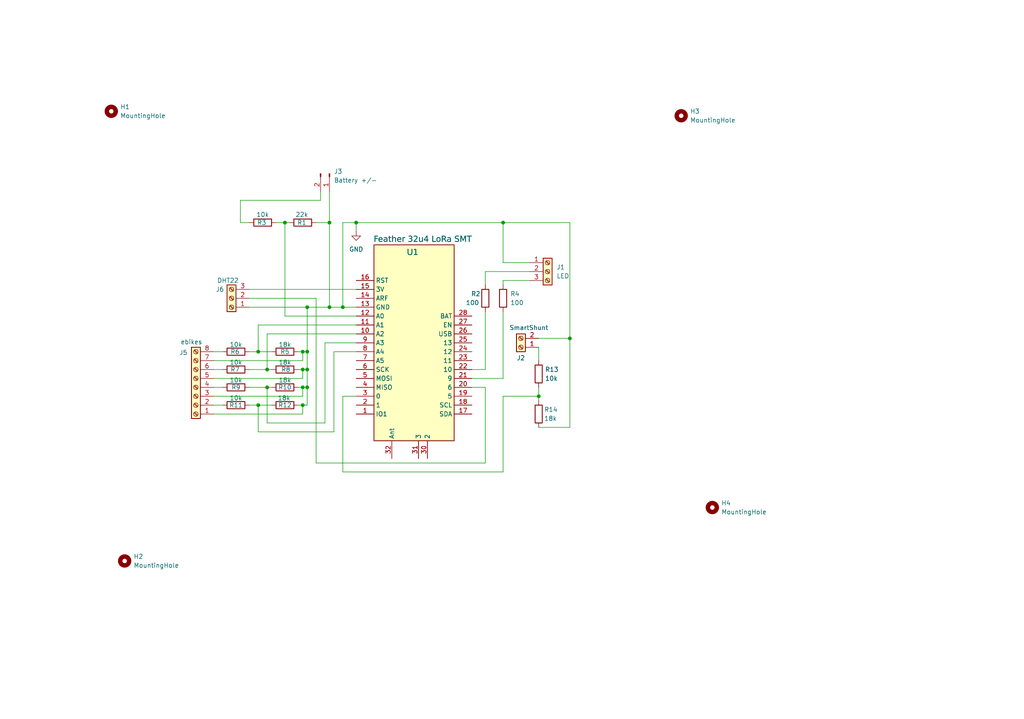
<source format=kicad_sch>
(kicad_sch (version 20250114) (generator "eeschema") (generator_version "9.0")
  (paper "User" 292.1 205.105)
  (lib_symbols
    (symbol "Connector:Conn_01x02_Pin" (pin_names (offset 1.016) (hide yes))
      (property "Reference" "J" (at 0 2.54 0))
      (property "Value" "Conn_01x02_Pin" (at 0 -5.08 0))
      (symbol "Conn_01x02_Pin_1_1"
        (rectangle (start 0.8636 0.127) (end 0 -0.127) (stroke (width 0.1524)) (fill (type outline)))
        (rectangle (start 0.8636 -2.413) (end 0 -2.667) (stroke (width 0.1524)) (fill (type outline)))
        (polyline (pts (xy 1.27 0) (xy 0.8636 0)) (stroke (width 0.1524)))
        (polyline (pts (xy 1.27 -2.54) (xy 0.8636 -2.54)) (stroke (width 0.1524)))
        (pin passive line (at 5.08 0 180) (length 3.81) (name "Pin_1") (number "1"))
        (pin passive line (at 5.08 -2.54 180) (length 3.81) (name "Pin_2") (number "2"))
      )
    )
    (symbol "Connector:Screw_Terminal_01x02" (pin_names (offset 1.016) (hide yes))
      (property "Reference" "J" (at 0 2.54 0))
      (property "Value" "Screw_Terminal_01x02" (at 0 -5.08 0))
      (symbol "Screw_Terminal_01x02_1_1"
        (rectangle (start -1.27 1.27) (end 1.27 -3.81) (stroke (width 0.254)) (fill (type background)))
        (polyline (pts (xy -0.5334 0.3302) (xy 0.3302 -0.508)) (stroke (width 0.1524)))
        (polyline (pts (xy -0.5334 -2.2098) (xy 0.3302 -3.048)) (stroke (width 0.1524)))
        (polyline (pts (xy -0.3556 0.508) (xy 0.508 -0.3302)) (stroke (width 0.1524)))
        (polyline (pts (xy -0.3556 -2.032) (xy 0.508 -2.8702)) (stroke (width 0.1524)))
        (circle (center 0 0) (radius 0.635) (stroke (width 0.1524)))
        (circle (center 0 -2.54) (radius 0.635) (stroke (width 0.1524)))
        (pin passive line (at -5.08 0 0) (length 3.81) (name "Pin_1") (number "1"))
        (pin passive line (at -5.08 -2.54 0) (length 3.81) (name "Pin_2") (number "2"))
      )
    )
    (symbol "Connector:Screw_Terminal_01x03" (pin_names (offset 1.016) (hide yes))
      (property "Reference" "J" (at 0 5.08 0))
      (property "Value" "Screw_Terminal_01x03" (at 0 -5.08 0))
      (symbol "Screw_Terminal_01x03_1_1"
        (rectangle (start -1.27 3.81) (end 1.27 -3.81) (stroke (width 0.254)) (fill (type background)))
        (polyline (pts (xy -0.5334 2.8702) (xy 0.3302 2.032)) (stroke (width 0.1524)))
        (polyline (pts (xy -0.5334 0.3302) (xy 0.3302 -0.508)) (stroke (width 0.1524)))
        (polyline (pts (xy -0.5334 -2.2098) (xy 0.3302 -3.048)) (stroke (width 0.1524)))
        (polyline (pts (xy -0.3556 3.048) (xy 0.508 2.2098)) (stroke (width 0.1524)))
        (polyline (pts (xy -0.3556 0.508) (xy 0.508 -0.3302)) (stroke (width 0.1524)))
        (polyline (pts (xy -0.3556 -2.032) (xy 0.508 -2.8702)) (stroke (width 0.1524)))
        (circle (center 0 2.54) (radius 0.635) (stroke (width 0.1524)))
        (circle (center 0 0) (radius 0.635) (stroke (width 0.1524)))
        (circle (center 0 -2.54) (radius 0.635) (stroke (width 0.1524)))
        (pin passive line (at -5.08 2.54 0) (length 3.81) (name "Pin_1") (number "1"))
        (pin passive line (at -5.08 0 0) (length 3.81) (name "Pin_2") (number "2"))
        (pin passive line (at -5.08 -2.54 0) (length 3.81) (name "Pin_3") (number "3"))
      )
    )
    (symbol "Connector:Screw_Terminal_01x08" (pin_names (offset 1.016) (hide yes))
      (property "Reference" "J" (at 0 10.16 0))
      (property "Value" "Screw_Terminal_01x08" (at 0 -12.7 0))
      (symbol "Screw_Terminal_01x08_1_1"
        (rectangle (start -1.27 8.89) (end 1.27 -11.43) (stroke (width 0.254)) (fill (type background)))
        (polyline (pts (xy -0.5334 7.9502) (xy 0.3302 7.112)) (stroke (width 0.1524)))
        (polyline (pts (xy -0.5334 5.4102) (xy 0.3302 4.572)) (stroke (width 0.1524)))
        (polyline (pts (xy -0.5334 2.8702) (xy 0.3302 2.032)) (stroke (width 0.1524)))
        (polyline (pts (xy -0.5334 0.3302) (xy 0.3302 -0.508)) (stroke (width 0.1524)))
        (polyline (pts (xy -0.5334 -2.2098) (xy 0.3302 -3.048)) (stroke (width 0.1524)))
        (polyline (pts (xy -0.5334 -4.7498) (xy 0.3302 -5.588)) (stroke (width 0.1524)))
        (polyline (pts (xy -0.5334 -7.2898) (xy 0.3302 -8.128)) (stroke (width 0.1524)))
        (polyline (pts (xy -0.5334 -9.8298) (xy 0.3302 -10.668)) (stroke (width 0.1524)))
        (polyline (pts (xy -0.3556 8.128) (xy 0.508 7.2898)) (stroke (width 0.1524)))
        (polyline (pts (xy -0.3556 5.588) (xy 0.508 4.7498)) (stroke (width 0.1524)))
        (polyline (pts (xy -0.3556 3.048) (xy 0.508 2.2098)) (stroke (width 0.1524)))
        (polyline (pts (xy -0.3556 0.508) (xy 0.508 -0.3302)) (stroke (width 0.1524)))
        (polyline (pts (xy -0.3556 -2.032) (xy 0.508 -2.8702)) (stroke (width 0.1524)))
        (polyline (pts (xy -0.3556 -4.572) (xy 0.508 -5.4102)) (stroke (width 0.1524)))
        (polyline (pts (xy -0.3556 -7.112) (xy 0.508 -7.9502)) (stroke (width 0.1524)))
        (polyline (pts (xy -0.3556 -9.652) (xy 0.508 -10.4902)) (stroke (width 0.1524)))
        (circle (center 0 7.62) (radius 0.635) (stroke (width 0.1524)))
        (circle (center 0 5.08) (radius 0.635) (stroke (width 0.1524)))
        (circle (center 0 2.54) (radius 0.635) (stroke (width 0.1524)))
        (circle (center 0 0) (radius 0.635) (stroke (width 0.1524)))
        (circle (center 0 -2.54) (radius 0.635) (stroke (width 0.1524)))
        (circle (center 0 -5.08) (radius 0.635) (stroke (width 0.1524)))
        (circle (center 0 -7.62) (radius 0.635) (stroke (width 0.1524)))
        (circle (center 0 -10.16) (radius 0.635) (stroke (width 0.1524)))
        (pin passive line (at -5.08 7.62 0) (length 3.81) (name "Pin_1") (number "1"))
        (pin passive line (at -5.08 5.08 0) (length 3.81) (name "Pin_2") (number "2"))
        (pin passive line (at -5.08 2.54 0) (length 3.81) (name "Pin_3") (number "3"))
        (pin passive line (at -5.08 0 0) (length 3.81) (name "Pin_4") (number "4"))
        (pin passive line (at -5.08 -2.54 0) (length 3.81) (name "Pin_5") (number "5"))
        (pin passive line (at -5.08 -5.08 0) (length 3.81) (name "Pin_6") (number "6"))
        (pin passive line (at -5.08 -7.62 0) (length 3.81) (name "Pin_7") (number "7"))
        (pin passive line (at -5.08 -10.16 0) (length 3.81) (name "Pin_8") (number "8"))
      )
    )
    (symbol "Device:R" (pin_numbers (hide yes)) (pin_names (offset 0))
      (property "Reference" "R" (at 2.032 0 90))
      (property "Value" "R" (at 0 0 90))
      (symbol "R_0_1"
        (rectangle (start -1.016 -2.54) (end 1.016 2.54) (stroke (width 0.254)))
      )
      (symbol "R_1_1"
        (pin passive line (at 0 3.81 270) (length 1.27) (name "~") (number "1"))
        (pin passive line (at 0 -3.81 90) (length 1.27) (name "~") (number "2"))
      )
    )
    (symbol "Feather 32u4 LoRa SMT"
      (property "Reference" "U1" (at -2.7686 35.1409 0))
      (property "Value" "Feather 32u4 LoRa SMT" (at -2.7686 32.9311 0))
      (symbol "Feather 32u4 LoRa SMT_0_0"
        (rectangle (start -12.7 30.48) (end 10.16 -25.4) (stroke (width 0.254)) (fill (type background)))
        (pin unspecified line (at -17.78 20.32 0) (length 5.08) (name "RST") (number "16"))
        (pin unspecified line (at -17.78 17.78 0) (length 5.08) (name "3V") (number "15"))
        (pin unspecified line (at -17.78 15.24 0) (length 5.08) (name "ARF") (number "14"))
        (pin unspecified line (at -17.78 12.7 0) (length 5.08) (name "GND") (number "13"))
        (pin unspecified line (at -17.78 10.16 0) (length 5.08) (name "A0") (number "12"))
        (pin unspecified line (at -17.78 7.62 0) (length 5.08) (name "A1") (number "11"))
        (pin unspecified line (at -17.78 5.08 0) (length 5.08) (name "A2") (number "10"))
        (pin unspecified line (at -17.78 2.54 0) (length 5.08) (name "A3") (number "9"))
        (pin unspecified line (at -17.78 0 0) (length 5.08) (name "A4") (number "8"))
        (pin unspecified line (at -17.78 -2.54 0) (length 5.08) (name "A5") (number "7"))
        (pin unspecified line (at -17.78 -5.08 0) (length 5.08) (name "SCK") (number "6"))
        (pin unspecified line (at -17.78 -7.62 0) (length 5.08) (name "MOSI") (number "5"))
        (pin unspecified line (at -17.78 -10.16 0) (length 5.08) (name "MISO") (number "4"))
        (pin unspecified line (at -17.78 -12.7 0) (length 5.08) (name "0") (number "3"))
        (pin unspecified line (at -17.78 -15.24 0) (length 5.08) (name "1") (number "2"))
        (pin unspecified line (at -17.78 -17.78 0) (length 5.08) (name "IO1") (number "1"))
        (pin unspecified line (at -7.62 -30.48 90) (length 5.08) (name "Ant") (number "32"))
        (pin unspecified line (at 0 -30.48 90) (length 5.08) (name "3") (number "31"))
        (pin unspecified line (at 2.54 -30.48 90) (length 5.08) (name "2") (number "30"))
        (pin unspecified line (at 15.24 10.16 180) (length 5.08) (name "BAT") (number "28"))
        (pin unspecified line (at 15.24 7.62 180) (length 5.08) (name "EN") (number "27"))
        (pin unspecified line (at 15.24 5.08 180) (length 5.08) (name "USB") (number "26"))
        (pin unspecified line (at 15.24 2.54 180) (length 5.08) (name "13") (number "25"))
        (pin unspecified line (at 15.24 0 180) (length 5.08) (name "12") (number "24"))
        (pin unspecified line (at 15.24 -2.54 180) (length 5.08) (name "11") (number "23"))
        (pin unspecified line (at 15.24 -5.08 180) (length 5.08) (name "10") (number "22"))
        (pin unspecified line (at 15.24 -7.62 180) (length 5.08) (name "9") (number "21"))
        (pin unspecified line (at 15.24 -10.16 180) (length 5.08) (name "6") (number "20"))
        (pin unspecified line (at 15.24 -12.7 180) (length 5.08) (name "5") (number "19"))
        (pin unspecified line (at 15.24 -15.24 180) (length 5.08) (name "SCL") (number "18"))
        (pin unspecified line (at 15.24 -17.78 180) (length 5.08) (name "SDA") (number "17"))
      )
    )
    (symbol "Mechanical:MountingHole" (pin_names (offset 1.016)) (in_bom no)
      (property "Reference" "H" (at 0 5.08 0))
      (property "Value" "MountingHole" (at 0 3.175 0))
      (symbol "MountingHole_0_1"
        (circle (center 0 0) (radius 1.27) (stroke (width 1.27)))
      )
    )
    (symbol "power:GND" (power) (pin_numbers (hide yes)) (pin_names (offset 0) (hide yes))
      (property "Value" "GND" (at 0 -3.81 0))
      (symbol "GND_0_1"
        (polyline (pts (xy 0 0) (xy 0 -1.27) (xy 1.27 -1.27) (xy 0 -2.54) (xy -1.27 -1.27) (xy 0 -1.27)))
      )
      (symbol "GND_1_1"
        (pin power_in line (at 0 0 270) (length 0) (name "~") (number "1"))
      )
    )
  )
  (junction (at 87.63 87.63))
  (junction (at 153.67 113.03))
  (junction (at 73.66 115.57))
  (junction (at 87.63 100.33))
  (junction (at 86.36 115.57))
  (junction (at 76.2 110.49))
  (junction (at 143.51 63.5))
  (junction (at 86.36 105.41))
  (junction (at 87.63 110.49))
  (junction (at 162.56 96.52))
  (junction (at 73.66 100.33))
  (junction (at 97.79 87.63))
  (junction (at 76.2 105.41))
  (junction (at 87.63 105.41))
  (junction (at 86.36 100.33))
  (junction (at 81.28 63.5))
  (junction (at 101.6 63.5))
  (junction (at 93.98 87.63))
  (junction (at 86.36 110.49))
  (junction (at 93.98 63.5))
  (wire (pts (xy 143.51 63.5) (xy 162.56 63.5)))
  (wire (pts (xy 86.36 110.49) (xy 87.63 110.49)))
  (wire (pts (xy 68.58 57.15) (xy 68.58 63.5)))
  (wire (pts (xy 153.67 99.06) (xy 153.67 102.87)))
  (wire (pts (xy 86.36 115.57) (xy 87.63 115.57)))
  (wire (pts (xy 85.09 110.49) (xy 86.36 110.49)))
  (wire (pts (xy 153.67 110.49) (xy 153.67 113.03)))
  (wire (pts (xy 101.6 63.5) (xy 97.79 63.5)))
  (wire (pts (xy 76.2 110.49) (xy 77.47 110.49)))
  (wire (pts (xy 97.79 113.03) (xy 101.6 113.03)))
  (wire (pts (xy 92.71 120.65) (xy 92.71 97.79)))
  (wire (pts (xy 91.44 57.15) (xy 68.58 57.15)))
  (wire (pts (xy 143.51 107.95) (xy 134.62 107.95)))
  (wire (pts (xy 71.12 82.55) (xy 101.6 82.55)))
  (wire (pts (xy 81.28 90.17) (xy 101.6 90.17)))
  (wire (pts (xy 77.47 105.41) (xy 76.2 105.41)))
  (wire (pts (xy 73.66 100.33) (xy 77.47 100.33)))
  (wire (pts (xy 153.67 96.52) (xy 162.56 96.52)))
  (wire (pts (xy 143.51 80.01) (xy 143.51 81.28)))
  (wire (pts (xy 143.51 74.93) (xy 151.13 74.93)))
  (wire (pts (xy 60.96 107.95) (xy 86.36 107.95)))
  (wire (pts (xy 95.25 100.33) (xy 101.6 100.33)))
  (wire (pts (xy 73.66 123.19) (xy 95.25 123.19)))
  (wire (pts (xy 143.51 63.5) (xy 143.51 74.93)))
  (wire (pts (xy 162.56 121.92) (xy 162.56 96.52)))
  (wire (pts (xy 143.51 113.03) (xy 143.51 134.62)))
  (wire (pts (xy 97.79 134.62) (xy 97.79 113.03)))
  (wire (pts (xy 73.66 92.71) (xy 73.66 100.33)))
  (wire (pts (xy 143.51 134.62) (xy 97.79 134.62)))
  (wire (pts (xy 97.79 63.5) (xy 97.79 87.63)))
  (wire (pts (xy 153.67 113.03) (xy 143.51 113.03)))
  (wire (pts (xy 87.63 115.57) (xy 87.63 110.49)))
  (wire (pts (xy 71.12 115.57) (xy 73.66 115.57)))
  (wire (pts (xy 60.96 118.11) (xy 86.36 118.11)))
  (wire (pts (xy 86.36 105.41) (xy 87.63 105.41)))
  (wire (pts (xy 138.43 88.9) (xy 138.43 105.41)))
  (wire (pts (xy 73.66 115.57) (xy 77.47 115.57)))
  (wire (pts (xy 93.98 87.63) (xy 97.79 87.63)))
  (wire (pts (xy 85.09 100.33) (xy 86.36 100.33)))
  (wire (pts (xy 162.56 63.5) (xy 162.56 96.52)))
  (wire (pts (xy 143.51 88.9) (xy 143.51 107.95)))
  (wire (pts (xy 71.12 87.63) (xy 87.63 87.63)))
  (wire (pts (xy 60.96 105.41) (xy 63.5 105.41)))
  (wire (pts (xy 93.98 63.5) (xy 93.98 87.63)))
  (wire (pts (xy 85.09 115.57) (xy 86.36 115.57)))
  (wire (pts (xy 60.96 110.49) (xy 63.5 110.49)))
  (wire (pts (xy 92.71 97.79) (xy 101.6 97.79)))
  (wire (pts (xy 138.43 77.47) (xy 138.43 81.28)))
  (wire (pts (xy 151.13 80.01) (xy 143.51 80.01)))
  (wire (pts (xy 91.44 54.61) (xy 91.44 57.15)))
  (wire (pts (xy 86.36 118.11) (xy 86.36 115.57)))
  (wire (pts (xy 76.2 120.65) (xy 92.71 120.65)))
  (wire (pts (xy 73.66 92.71) (xy 101.6 92.71)))
  (wire (pts (xy 90.17 85.09) (xy 90.17 132.08)))
  (wire (pts (xy 71.12 110.49) (xy 76.2 110.49)))
  (wire (pts (xy 138.43 110.49) (xy 134.62 110.49)))
  (wire (pts (xy 60.96 102.87) (xy 86.36 102.87)))
  (wire (pts (xy 101.6 87.63) (xy 97.79 87.63)))
  (wire (pts (xy 153.67 121.92) (xy 162.56 121.92)))
  (wire (pts (xy 78.74 63.5) (xy 81.28 63.5)))
  (wire (pts (xy 95.25 123.19) (xy 95.25 100.33)))
  (wire (pts (xy 76.2 95.25) (xy 101.6 95.25)))
  (wire (pts (xy 76.2 105.41) (xy 76.2 95.25)))
  (wire (pts (xy 87.63 87.63) (xy 93.98 87.63)))
  (wire (pts (xy 81.28 63.5) (xy 82.55 63.5)))
  (wire (pts (xy 138.43 105.41) (xy 134.62 105.41)))
  (wire (pts (xy 60.96 100.33) (xy 63.5 100.33)))
  (wire (pts (xy 85.09 105.41) (xy 86.36 105.41)))
  (wire (pts (xy 101.6 63.5) (xy 101.6 66.04)))
  (wire (pts (xy 68.58 63.5) (xy 71.12 63.5)))
  (wire (pts (xy 151.13 77.47) (xy 138.43 77.47)))
  (wire (pts (xy 60.96 115.57) (xy 63.5 115.57)))
  (wire (pts (xy 138.43 132.08) (xy 138.43 110.49)))
  (wire (pts (xy 87.63 87.63) (xy 87.63 100.33)))
  (wire (pts (xy 71.12 100.33) (xy 73.66 100.33)))
  (wire (pts (xy 71.12 85.09) (xy 90.17 85.09)))
  (wire (pts (xy 93.98 54.61) (xy 93.98 63.5)))
  (wire (pts (xy 60.96 113.03) (xy 86.36 113.03)))
  (wire (pts (xy 87.63 105.41) (xy 87.63 100.33)))
  (wire (pts (xy 81.28 63.5) (xy 81.28 90.17)))
  (wire (pts (xy 90.17 63.5) (xy 93.98 63.5)))
  (wire (pts (xy 86.36 102.87) (xy 86.36 100.33)))
  (wire (pts (xy 90.17 132.08) (xy 138.43 132.08)))
  (wire (pts (xy 73.66 115.57) (xy 73.66 123.19)))
  (wire (pts (xy 71.12 105.41) (xy 76.2 105.41)))
  (wire (pts (xy 86.36 113.03) (xy 86.36 110.49)))
  (wire (pts (xy 101.6 63.5) (xy 143.51 63.5)))
  (wire (pts (xy 76.2 110.49) (xy 76.2 120.65)))
  (wire (pts (xy 87.63 110.49) (xy 87.63 105.41)))
  (wire (pts (xy 86.36 100.33) (xy 87.63 100.33)))
  (wire (pts (xy 153.67 113.03) (xy 153.67 114.3)))
  (wire (pts (xy 86.36 107.95) (xy 86.36 105.41)))
  (symbol (lib_id "Connector:Screw_Terminal_01x08") (at 55.88 110.49 180) (unit 1)
    (property "Reference" "J5" (at 52.324 100.584 0))
    (property "Value" "ebikes" (at 54.61 97.536 0))
    (property "Footprint" "TerminalBlock:TerminalBlock_MaiXu_MX126-5.0-08P_1x08_P5.00mm" (effects (hide yes)))
    (property "Description" "Generic screw terminal, single row, 01x08, script generated (kicad-library-utils/schlib/autogen/connector/)" (effects (hide yes)))
  )
  (symbol (lib_id "Device:R") (at 86.36 63.5 90) (unit 1)
    (property "Reference" "R1" (at 86.106 63.5 90))
    (property "Value" "22k" (at 86.106 61.214 90))
    (property "Footprint" "Resistor_THT:R_Axial_DIN0207_L6.3mm_D2.5mm_P10.16mm_Horizontal" (effects (hide yes)))
    (property "Description" "Resistor" (effects (hide yes)))
  )
  (symbol (lib_id "Device:R") (at 74.93 63.5 90) (unit 1)
    (property "Reference" "R3" (at 74.676 63.5 90))
    (property "Value" "10k" (at 74.93 61.214 90))
    (property "Footprint" "Resistor_THT:R_Axial_DIN0207_L6.3mm_D2.5mm_P10.16mm_Horizontal" (effects (hide yes)))
    (property "Description" "Resistor" (effects (hide yes)))
  )
  (symbol (lib_id "Feather 32u4 LoRa SMT") (at 119.38 100.33 0) (unit 1)
    (property "Reference" "U1" (at 116.078 71.12 0) (effects (font (size 1.6891 1.6891)) (justify left top)))
    (property "Value" "Feather 32u4 LoRa SMT" (at 105.156 67.31 0) (effects (font (size 1.6891 1.6891)) (justify left top)))
    (property "Footprint" "Module:mod2_Adafruit_Feather_32u4_RFM_WithMountingHoles_1" (effects (hide yes)))
    (property "Supplier Part" "1528-1660-ND" (effects (hide yes)))
    (property "Supplier" "Digi-Key" (effects (hide yes)))
  )
  (symbol (lib_id "Device:R") (at 81.28 100.33 90) (unit 1)
    (property "Reference" "R5" (at 81.28 100.33 90))
    (property "Value" "18k" (at 81.28 98.298 90))
    (property "Footprint" "Resistor_THT:R_Axial_DIN0207_L6.3mm_D2.5mm_P10.16mm_Horizontal" (effects (hide yes)))
    (property "Description" "Resistor" (effects (hide yes)))
  )
  (symbol (lib_id "Connector:Screw_Terminal_01x03") (at 66.04 85.09 180) (unit 1)
    (property "Reference" "J6" (at 62.738 82.55 0))
    (property "Value" "DHT22" (at 65.024 80.01 0))
    (property "Footprint" "TerminalBlock:TerminalBlock_MaiXu_MX126-5.0-03P_1x03_P5.00mm" (effects (hide yes)))
    (property "Description" "Generic screw terminal, single row, 01x03, script generated (kicad-library-utils/schlib/autogen/connector/)" (effects (hide yes)))
  )
  (symbol (lib_id "Device:R") (at 67.31 110.49 90) (unit 1)
    (property "Reference" "R9" (at 67.31 110.49 90))
    (property "Value" "10k" (at 67.31 108.458 90))
    (property "Footprint" "Resistor_THT:R_Axial_DIN0207_L6.3mm_D2.5mm_P10.16mm_Horizontal" (effects (hide yes)))
    (property "Description" "Resistor" (effects (hide yes)))
  )
  (symbol (lib_id "Device:R") (at 153.67 118.11 0) (unit 1)
    (property "Reference" "R14" (at 155.194 116.84 0) (effects (justify left)))
    (property "Value" "18k" (at 155.194 119.38 0) (effects (justify left)))
    (property "Footprint" "Resistor_THT:R_Axial_DIN0207_L6.3mm_D2.5mm_P10.16mm_Horizontal" (effects (hide yes)))
    (property "Description" "Resistor" (effects (hide yes)))
  )
  (symbol (lib_id "Connector:Screw_Terminal_01x03") (at 156.21 77.47 0) (unit 1)
    (property "Reference" "J1" (at 158.75 76.1999 0) (effects (justify left)))
    (property "Value" "LED" (at 158.75 78.7399 0) (effects (justify left)))
    (property "Footprint" "TerminalBlock:TerminalBlock_MaiXu_MX126-5.0-03P_1x03_P5.00mm" (effects (hide yes)))
    (property "Description" "Generic screw terminal, single row, 01x03, script generated (kicad-library-utils/schlib/autogen/connector/)" (effects (hide yes)))
  )
  (symbol (lib_id "Mechanical:MountingHole") (at 31.75 31.75 0) (unit 1) (in_bom no)
    (property "Reference" "H1" (at 34.29 30.4799 0) (effects (justify left)))
    (property "Value" "MountingHole" (at 34.29 33.0199 0) (effects (justify left)))
    (property "Footprint" "MountingHole:MountingHole_4.3mm_M4" (effects (hide yes)))
    (property "Description" "Mounting Hole without connection" (effects (hide yes)))
  )
  (symbol (lib_id "Connector:Conn_01x02_Pin") (at 93.98 49.53 270) (unit 1)
    (property "Reference" "J3" (at 95.25 48.8949 90) (effects (justify left)))
    (property "Value" "Battery +/-" (at 95.25 51.4349 90) (effects (justify left)))
    (property "Footprint" "Connector_JST:JST_PH_B2B-PH-K_1x02_P2.00mm_Vertical" (effects (hide yes)))
    (property "Description" "Generic connector, single row, 01x02, script generated" (effects (hide yes)))
  )
  (symbol (lib_id "Device:R") (at 81.28 115.57 90) (unit 1)
    (property "Reference" "R12" (at 81.28 115.57 90))
    (property "Value" "18k" (at 81.026 113.538 90))
    (property "Footprint" "Resistor_THT:R_Axial_DIN0207_L6.3mm_D2.5mm_P10.16mm_Horizontal" (effects (hide yes)))
    (property "Description" "Resistor" (effects (hide yes)))
  )
  (symbol (lib_id "Device:R") (at 81.28 105.41 90) (unit 1)
    (property "Reference" "R8" (at 81.534 105.41 90))
    (property "Value" "18k" (at 81.28 103.378 90))
    (property "Footprint" "Resistor_THT:R_Axial_DIN0207_L6.3mm_D2.5mm_P10.16mm_Horizontal" (effects (hide yes)))
    (property "Description" "Resistor" (effects (hide yes)))
  )
  (symbol (lib_id "Device:R") (at 67.31 115.57 90) (unit 1)
    (property "Reference" "R11" (at 67.31 115.57 90))
    (property "Value" "10k" (at 67.31 113.538 90))
    (property "Footprint" "Resistor_THT:R_Axial_DIN0207_L6.3mm_D2.5mm_P10.16mm_Horizontal" (effects (hide yes)))
    (property "Description" "Resistor" (effects (hide yes)))
  )
  (symbol (lib_id "Device:R") (at 153.67 106.68 0) (unit 1)
    (property "Reference" "R13" (at 155.448 105.41 0) (effects (justify left)))
    (property "Value" "10k" (at 155.448 107.95 0) (effects (justify left)))
    (property "Footprint" "Resistor_THT:R_Axial_DIN0207_L6.3mm_D2.5mm_P10.16mm_Horizontal" (effects (hide yes)))
    (property "Description" "Resistor" (effects (hide yes)))
  )
  (symbol (lib_id "Mechanical:MountingHole") (at 35.56 160.02 0) (unit 1) (in_bom no)
    (property "Reference" "H2" (at 38.1 158.7499 0) (effects (justify left)))
    (property "Value" "MountingHole" (at 38.1 161.2899 0) (effects (justify left)))
    (property "Footprint" "MountingHole:MountingHole_4.3mm_M4" (effects (hide yes)))
    (property "Description" "Mounting Hole without connection" (effects (hide yes)))
  )
  (symbol (lib_id "Device:R") (at 67.31 105.41 90) (unit 1)
    (property "Reference" "R7" (at 67.056 105.41 90))
    (property "Value" "10k" (at 67.31 103.378 90))
    (property "Footprint" "Resistor_THT:R_Axial_DIN0207_L6.3mm_D2.5mm_P10.16mm_Horizontal" (effects (hide yes)))
    (property "Description" "Resistor" (effects (hide yes)))
  )
  (symbol (lib_id "Device:R") (at 67.31 100.33 90) (unit 1)
    (property "Reference" "R6" (at 67.056 100.33 90))
    (property "Value" "10k" (at 67.31 98.298 90))
    (property "Footprint" "Resistor_THT:R_Axial_DIN0207_L6.3mm_D2.5mm_P10.16mm_Horizontal" (effects (hide yes)))
    (property "Description" "Resistor" (effects (hide yes)))
  )
  (symbol (lib_id "power:GND") (at 101.6 66.04 0) (unit 1)
    (property "Reference" "#PWR01" (effects (hide yes)))
    (property "Value" "GND" (at 101.6 71.12 0))
    (property "Description" "Power symbol creates a global label with name \"GND\" , ground" (effects (hide yes)))
  )
  (symbol (lib_id "Mechanical:MountingHole") (at 194.31 33.02 0) (unit 1) (in_bom no)
    (property "Reference" "H3" (at 196.85 31.7499 0) (effects (justify left)))
    (property "Value" "MountingHole" (at 196.85 34.2899 0) (effects (justify left)))
    (property "Footprint" "MountingHole:MountingHole_4.3mm_M4" (effects (hide yes)))
    (property "Description" "Mounting Hole without connection" (effects (hide yes)))
  )
  (symbol (lib_id "Connector:Screw_Terminal_01x02") (at 148.59 99.06 180) (unit 1)
    (property "Reference" "J2" (at 148.59 102.108 0))
    (property "Value" "SmartShunt" (at 150.876 93.472 0))
    (property "Footprint" "TerminalBlock:TerminalBlock_MaiXu_MX126-5.0-02P_1x02_P5.00mm" (effects (hide yes)))
    (property "Description" "Generic screw terminal, single row, 01x02, script generated (kicad-library-utils/schlib/autogen/connector/)" (effects (hide yes)))
  )
  (symbol (lib_id "Mechanical:MountingHole") (at 203.2 144.78 0) (unit 1) (in_bom no)
    (property "Reference" "H4" (at 205.74 143.5099 0) (effects (justify left)))
    (property "Value" "MountingHole" (at 205.74 146.0499 0) (effects (justify left)))
    (property "Footprint" "MountingHole:MountingHole_4.3mm_M4" (effects (hide yes)))
    (property "Description" "Mounting Hole without connection" (effects (hide yes)))
  )
  (symbol (lib_id "Device:R") (at 138.43 85.09 180) (unit 1)
    (property "Reference" "R2" (at 134.366 83.82 0) (effects (justify right)))
    (property "Value" "100" (at 132.842 86.36 0) (effects (justify right)))
    (property "Footprint" "Resistor_THT:R_Axial_DIN0207_L6.3mm_D2.5mm_P10.16mm_Horizontal" (effects (hide yes)))
    (property "Description" "Resistor" (effects (hide yes)))
  )
  (symbol (lib_id "Device:R") (at 81.28 110.49 90) (unit 1)
    (property "Reference" "R10" (at 81.28 110.49 90))
    (property "Value" "18k" (at 81.28 108.458 90))
    (property "Footprint" "Resistor_THT:R_Axial_DIN0207_L6.3mm_D2.5mm_P10.16mm_Horizontal" (effects (hide yes)))
    (property "Description" "Resistor" (effects (hide yes)))
  )
  (symbol (lib_id "Device:R") (at 143.51 85.09 180) (unit 1)
    (property "Reference" "R4" (at 145.542 83.82 0) (effects (justify right)))
    (property "Value" "100" (at 145.542 86.36 0) (effects (justify right)))
    (property "Footprint" "Resistor_THT:R_Axial_DIN0207_L6.3mm_D2.5mm_P10.16mm_Horizontal" (effects (hide yes)))
    (property "Description" "Resistor" (effects (hide yes)))
  )
)
</source>
